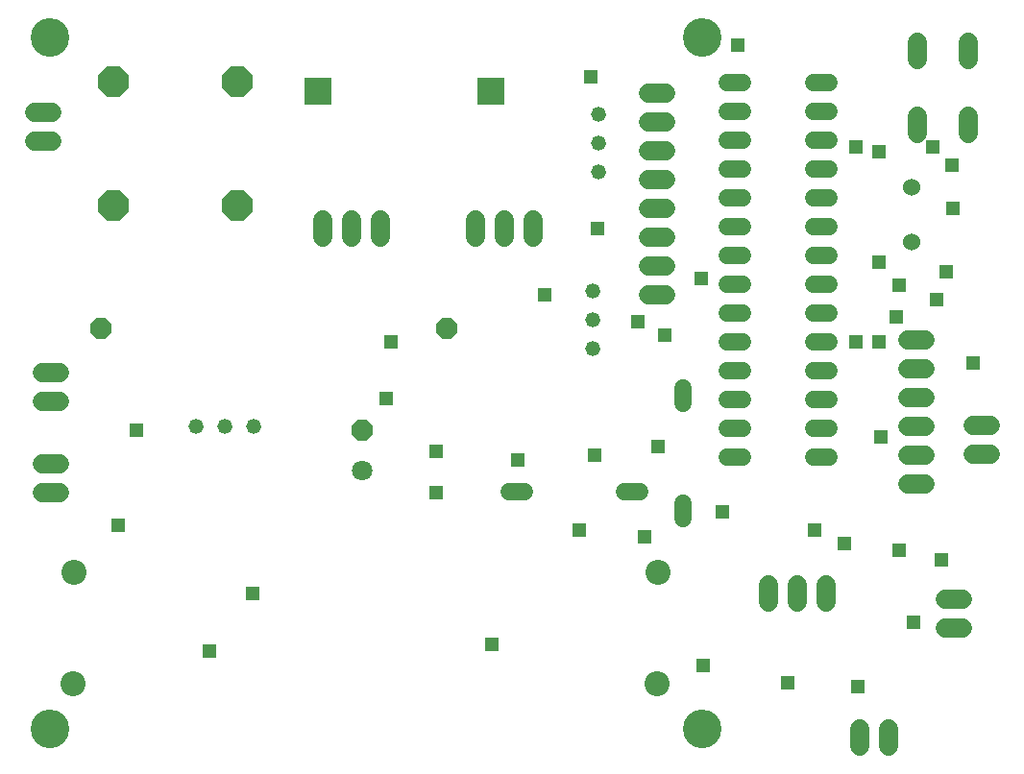
<source format=gbs>
G75*
%MOIN*%
%OFA0B0*%
%FSLAX25Y25*%
%IPPOS*%
%LPD*%
%AMOC8*
5,1,8,0,0,1.08239X$1,22.5*
%
%ADD10C,0.13398*%
%ADD11OC8,0.10800*%
%ADD12OC8,0.07100*%
%ADD13C,0.07100*%
%ADD14C,0.06000*%
%ADD15C,0.05200*%
%ADD16C,0.06800*%
%ADD17OC8,0.07296*%
%ADD18R,0.09800X0.09800*%
%ADD19C,0.06000*%
%ADD20C,0.08674*%
%ADD21R,0.04762X0.04762*%
D10*
X0021770Y0024473D03*
X0248149Y0024489D03*
X0248163Y0264658D03*
X0021769Y0264644D03*
D11*
X0044007Y0249099D03*
X0087007Y0249099D03*
X0087007Y0206099D03*
X0044007Y0206099D03*
D12*
X0130303Y0128108D03*
D13*
X0130303Y0114108D03*
D14*
X0181233Y0106727D02*
X0186433Y0106727D01*
X0221233Y0106727D02*
X0226433Y0106727D01*
X0241514Y0102775D02*
X0241514Y0097575D01*
X0257073Y0118831D02*
X0262273Y0118831D01*
X0262273Y0128831D02*
X0257073Y0128831D01*
X0257073Y0138831D02*
X0262273Y0138831D01*
X0262273Y0148831D02*
X0257073Y0148831D01*
X0257073Y0158831D02*
X0262273Y0158831D01*
X0262273Y0168831D02*
X0257073Y0168831D01*
X0257073Y0178831D02*
X0262273Y0178831D01*
X0262273Y0188831D02*
X0257073Y0188831D01*
X0257073Y0198831D02*
X0262273Y0198831D01*
X0262273Y0208831D02*
X0257073Y0208831D01*
X0257073Y0218831D02*
X0262273Y0218831D01*
X0262273Y0228831D02*
X0257073Y0228831D01*
X0257073Y0238831D02*
X0262273Y0238831D01*
X0262273Y0248831D02*
X0257073Y0248831D01*
X0287073Y0248831D02*
X0292273Y0248831D01*
X0292273Y0238831D02*
X0287073Y0238831D01*
X0287073Y0228831D02*
X0292273Y0228831D01*
X0292273Y0218831D02*
X0287073Y0218831D01*
X0287073Y0208831D02*
X0292273Y0208831D01*
X0292273Y0198831D02*
X0287073Y0198831D01*
X0287073Y0188831D02*
X0292273Y0188831D01*
X0292273Y0178831D02*
X0287073Y0178831D01*
X0287073Y0168831D02*
X0292273Y0168831D01*
X0292273Y0158831D02*
X0287073Y0158831D01*
X0287073Y0148831D02*
X0292273Y0148831D01*
X0292273Y0138831D02*
X0287073Y0138831D01*
X0287073Y0128831D02*
X0292273Y0128831D01*
X0292273Y0118831D02*
X0287073Y0118831D01*
X0241514Y0137575D02*
X0241514Y0142775D01*
D15*
X0210406Y0156569D03*
X0210406Y0166569D03*
X0210406Y0176569D03*
X0212400Y0217999D03*
X0212400Y0227999D03*
X0212400Y0237999D03*
X0092558Y0129548D03*
X0082558Y0129548D03*
X0072558Y0129548D03*
D16*
X0025408Y0138177D02*
X0019408Y0138177D01*
X0019408Y0148177D02*
X0025408Y0148177D01*
X0025120Y0116447D02*
X0019120Y0116447D01*
X0019120Y0106447D02*
X0025120Y0106447D01*
X0116435Y0195268D02*
X0116435Y0201268D01*
X0126435Y0201268D02*
X0126435Y0195268D01*
X0136435Y0195268D02*
X0136435Y0201268D01*
X0169702Y0201268D02*
X0169702Y0195268D01*
X0179702Y0195268D02*
X0179702Y0201268D01*
X0189702Y0201268D02*
X0189702Y0195268D01*
X0229557Y0195130D02*
X0235557Y0195130D01*
X0235557Y0185130D02*
X0229557Y0185130D01*
X0229557Y0175130D02*
X0235557Y0175130D01*
X0235557Y0205130D02*
X0229557Y0205130D01*
X0229557Y0215130D02*
X0235557Y0215130D01*
X0235557Y0225130D02*
X0229557Y0225130D01*
X0229557Y0235130D02*
X0235557Y0235130D01*
X0235557Y0245130D02*
X0229557Y0245130D01*
X0322835Y0237294D02*
X0322835Y0231294D01*
X0340635Y0231294D02*
X0340635Y0237294D01*
X0340635Y0256894D02*
X0340635Y0262894D01*
X0322835Y0262894D02*
X0322835Y0256894D01*
X0325492Y0159405D02*
X0319492Y0159405D01*
X0319492Y0149405D02*
X0325492Y0149405D01*
X0325492Y0139405D02*
X0319492Y0139405D01*
X0319492Y0129405D02*
X0325492Y0129405D01*
X0325492Y0119405D02*
X0319492Y0119405D01*
X0319492Y0109405D02*
X0325492Y0109405D01*
X0342258Y0119859D02*
X0348258Y0119859D01*
X0348258Y0129859D02*
X0342258Y0129859D01*
X0291312Y0074394D02*
X0291312Y0068394D01*
X0281312Y0068394D02*
X0281312Y0074394D01*
X0271312Y0074394D02*
X0271312Y0068394D01*
X0303064Y0024675D02*
X0303064Y0018675D01*
X0313064Y0018675D02*
X0313064Y0024675D01*
X0332731Y0059455D02*
X0338731Y0059455D01*
X0338731Y0069455D02*
X0332731Y0069455D01*
X0022444Y0228662D02*
X0016444Y0228662D01*
X0016444Y0238662D02*
X0022444Y0238662D01*
D17*
X0039635Y0163609D03*
X0159635Y0163609D03*
D18*
X0174838Y0245906D03*
X0114838Y0245906D03*
D19*
X0320797Y0212581D03*
X0320797Y0193581D03*
D20*
X0232814Y0078865D03*
X0232717Y0040218D03*
X0030039Y0040218D03*
X0030137Y0078865D03*
D21*
X0045630Y0095040D03*
X0051969Y0128111D03*
X0092087Y0071418D03*
X0077284Y0051458D03*
X0155906Y0106694D03*
X0155866Y0121025D03*
X0138543Y0139135D03*
X0140118Y0158820D03*
X0193662Y0175355D03*
X0211772Y0198190D03*
X0247992Y0180867D03*
X0225945Y0165907D03*
X0235394Y0161182D03*
X0232992Y0122599D03*
X0210984Y0119450D03*
X0184213Y0117875D03*
X0205473Y0093466D03*
X0228307Y0091103D03*
X0255079Y0099765D03*
X0287362Y0093466D03*
X0297599Y0088741D03*
X0316496Y0086379D03*
X0331142Y0083151D03*
X0321631Y0061660D03*
X0302323Y0039135D03*
X0277992Y0040434D03*
X0248425Y0046497D03*
X0175118Y0053820D03*
X0310197Y0125749D03*
X0342248Y0151430D03*
X0329416Y0173387D03*
X0332888Y0183326D03*
X0316496Y0178505D03*
X0309410Y0186379D03*
X0315709Y0167481D03*
X0309410Y0158820D03*
X0301536Y0158820D03*
X0335394Y0205277D03*
X0335035Y0220244D03*
X0328307Y0226536D03*
X0309410Y0224962D03*
X0301536Y0226536D03*
X0260591Y0261970D03*
X0209410Y0250946D03*
M02*

</source>
